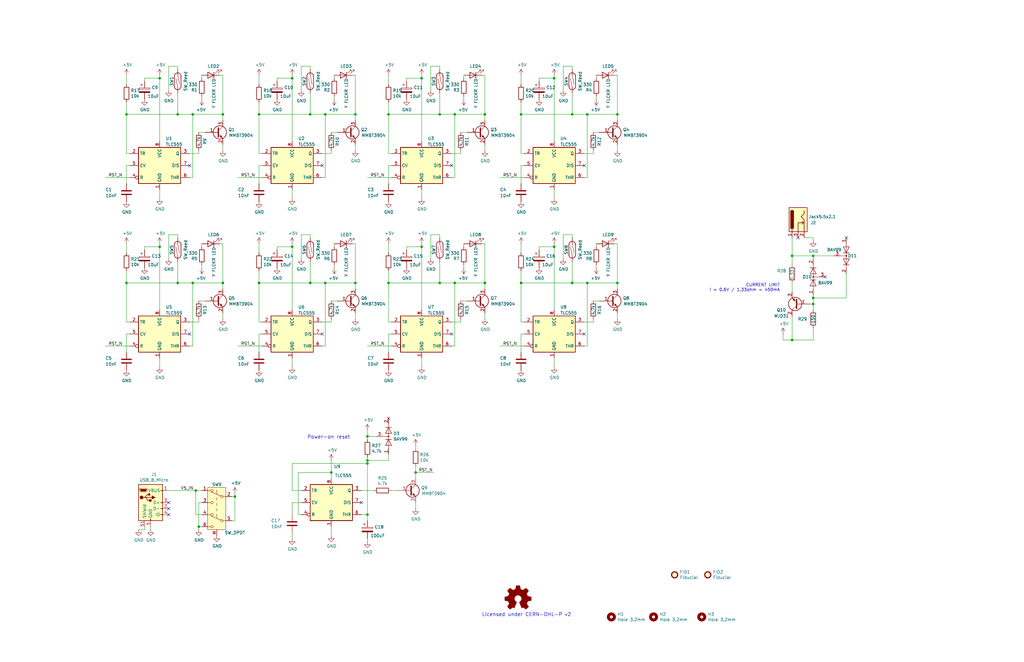
<source format=kicad_sch>
(kicad_sch (version 20211123) (generator eeschema)
  (paper "B")
  (title_block (title "Menorah555 Main") (date "2022-01-02") (rev "B"))
  (junction (at 137.16 48.26))
  (junction (at 154.94 194.31))
  (junction (at 130.81 119.38))
  (junction (at 67.31 104.14))
  (junction (at 191.77 48.26))
  (junction (at 139.7 199.39))
  (junction (at 74.93 119.38))
  (junction (at 109.22 48.26))
  (junction (at 67.31 33.02))
  (junction (at 247.65 119.38))
  (junction (at 137.16 119.38))
  (junction (at 109.22 119.38))
  (junction (at 93.98 48.26))
  (junction (at 53.34 119.38))
  (junction (at 149.86 119.38))
  (junction (at 219.71 48.26))
  (junction (at 163.83 119.38))
  (junction (at 123.19 33.02))
  (junction (at 154.94 217.17))
  (junction (at 177.8 104.14))
  (junction (at 233.68 104.14))
  (junction (at 130.81 48.26))
  (junction (at 204.47 48.26))
  (junction (at 175.26 199.39))
  (junction (at 260.35 119.38))
  (junction (at 83.82 222.25))
  (junction (at 163.83 48.26))
  (junction (at 342.9 128.27))
  (junction (at 154.94 195.58))
  (junction (at 93.98 119.38))
  (junction (at 241.3 48.26))
  (junction (at 233.68 33.02))
  (junction (at 81.28 48.26))
  (junction (at 247.65 48.26))
  (junction (at 123.19 104.14))
  (junction (at 241.3 119.38))
  (junction (at 334.01 143.51))
  (junction (at 53.34 48.26))
  (junction (at 177.8 33.02))
  (junction (at 149.86 48.26))
  (junction (at 185.42 119.38))
  (junction (at 204.47 119.38))
  (junction (at 154.94 184.15))
  (junction (at 342.9 107.95))
  (junction (at 82.55 207.01))
  (junction (at 342.9 125.73))
  (junction (at 191.77 119.38))
  (junction (at 74.93 48.26))
  (junction (at 185.42 48.26))
  (junction (at 81.28 119.38))
  (junction (at 260.35 48.26))
  (junction (at 219.71 119.38))
  (junction (at 99.06 209.55))
  (junction (at 334.01 107.95))
  (no_connect (at 152.4 212.09))
  (no_connect (at 80.01 140.97))
  (no_connect (at 71.12 217.17))
  (no_connect (at 71.12 214.63))
  (no_connect (at 135.89 140.97))
  (no_connect (at 190.5 69.85))
  (no_connect (at 163.83 176.53))
  (no_connect (at 80.01 69.85))
  (no_connect (at 71.12 212.09))
  (no_connect (at 246.38 69.85))
  (no_connect (at 347.98 116.84))
  (no_connect (at 336.55 100.33))
  (no_connect (at 135.89 69.85))
  (no_connect (at 190.5 140.97))
  (no_connect (at 356.87 100.33))
  (no_connect (at 246.38 140.97))
  (wire (pts (xy 110.49 135.89) (xy 109.22 135.89)))
  (wire (pts (xy 81.28 146.05) (xy 80.01 146.05)))
  (wire (pts (xy 194.31 64.77) (xy 190.5 64.77)))
  (wire (pts (xy 71.12 207.01) (xy 82.55 207.01)))
  (wire (pts (xy 109.22 48.26) (xy 130.81 48.26)))
  (wire (pts (xy 241.3 48.26) (xy 247.65 48.26)))
  (wire (pts (xy 83.82 63.5) (xy 83.82 64.77)))
  (wire (pts (xy 177.8 154.94) (xy 177.8 151.13)))
  (wire (pts (xy 251.46 41.91) (xy 251.46 40.64)))
  (wire (pts (xy 139.7 135.89) (xy 135.89 135.89)))
  (wire (pts (xy 130.81 110.49) (xy 130.81 119.38)))
  (wire (pts (xy 110.49 74.93) (xy 100.33 74.93)))
  (wire (pts (xy 233.68 104.14) (xy 233.68 102.87)))
  (wire (pts (xy 247.65 48.26) (xy 247.65 74.93)))
  (wire (pts (xy 83.82 222.25) (xy 85.09 222.25)))
  (wire (pts (xy 185.42 119.38) (xy 191.77 119.38)))
  (wire (pts (xy 137.16 146.05) (xy 135.89 146.05)))
  (wire (pts (xy 250.19 55.88) (xy 252.73 55.88)))
  (wire (pts (xy 139.7 127) (xy 142.24 127)))
  (wire (pts (xy 123.19 212.09) (xy 123.19 217.17)))
  (wire (pts (xy 204.47 50.8) (xy 204.47 48.26)))
  (wire (pts (xy 175.26 187.96) (xy 175.26 189.23)))
  (wire (pts (xy 334.01 123.19) (xy 334.01 119.38)))
  (wire (pts (xy 233.68 33.02) (xy 227.33 33.02)))
  (wire (pts (xy 139.7 134.62) (xy 139.7 135.89)))
  (wire (pts (xy 93.98 63.5) (xy 93.98 60.96)))
  (wire (pts (xy 163.83 64.77) (xy 163.83 48.26)))
  (wire (pts (xy 109.22 119.38) (xy 130.81 119.38)))
  (wire (pts (xy 83.82 64.77) (xy 80.01 64.77)))
  (wire (pts (xy 237.49 99.06) (xy 241.3 99.06)))
  (wire (pts (xy 140.97 41.91) (xy 140.97 40.64)))
  (wire (pts (xy 342.9 101.6) (xy 342.9 100.33)))
  (wire (pts (xy 185.42 39.37) (xy 185.42 48.26)))
  (wire (pts (xy 53.34 77.47) (xy 53.34 69.85)))
  (wire (pts (xy 127 109.22) (xy 127 99.06)))
  (wire (pts (xy 110.49 146.05) (xy 100.33 146.05)))
  (wire (pts (xy 191.77 48.26) (xy 191.77 74.93)))
  (wire (pts (xy 123.19 224.79) (xy 123.19 227.33)))
  (wire (pts (xy 67.31 130.81) (xy 67.31 104.14)))
  (wire (pts (xy 116.84 104.14) (xy 116.84 105.41)))
  (wire (pts (xy 149.86 63.5) (xy 149.86 60.96)))
  (wire (pts (xy 219.71 140.97) (xy 220.98 140.97)))
  (wire (pts (xy 74.93 39.37) (xy 74.93 48.26)))
  (wire (pts (xy 195.58 41.91) (xy 195.58 40.64)))
  (wire (pts (xy 219.71 64.77) (xy 219.71 48.26)))
  (wire (pts (xy 123.19 59.69) (xy 123.19 33.02)))
  (wire (pts (xy 342.9 109.22) (xy 342.9 107.95)))
  (wire (pts (xy 181.61 109.22) (xy 181.61 99.06)))
  (wire (pts (xy 250.19 127) (xy 252.73 127)))
  (wire (pts (xy 191.77 119.38) (xy 191.77 146.05)))
  (wire (pts (xy 334.01 143.51) (xy 334.01 133.35)))
  (wire (pts (xy 194.31 134.62) (xy 194.31 135.89)))
  (wire (pts (xy 152.4 217.17) (xy 154.94 217.17)))
  (wire (pts (xy 247.65 74.93) (xy 246.38 74.93)))
  (wire (pts (xy 85.09 41.91) (xy 85.09 40.64)))
  (wire (pts (xy 67.31 104.14) (xy 67.31 102.87)))
  (wire (pts (xy 163.83 35.56) (xy 163.83 31.75)))
  (wire (pts (xy 175.26 199.39) (xy 175.26 201.93)))
  (wire (pts (xy 63.5 222.25) (xy 63.5 223.52)))
  (wire (pts (xy 109.22 148.59) (xy 109.22 140.97)))
  (wire (pts (xy 53.34 135.89) (xy 53.34 119.38)))
  (wire (pts (xy 137.16 119.38) (xy 137.16 146.05)))
  (wire (pts (xy 60.96 104.14) (xy 60.96 105.41)))
  (wire (pts (xy 53.34 64.77) (xy 53.34 48.26)))
  (wire (pts (xy 110.49 64.77) (xy 109.22 64.77)))
  (wire (pts (xy 71.12 27.94) (xy 74.93 27.94)))
  (wire (pts (xy 74.93 99.06) (xy 74.93 100.33)))
  (wire (pts (xy 127 217.17) (xy 125.73 217.17)))
  (wire (pts (xy 130.81 99.06) (xy 130.81 100.33)))
  (wire (pts (xy 163.83 77.47) (xy 163.83 69.85)))
  (wire (pts (xy 53.34 69.85) (xy 54.61 69.85)))
  (wire (pts (xy 123.19 195.58) (xy 154.94 195.58)))
  (wire (pts (xy 149.86 121.92) (xy 149.86 119.38)))
  (wire (pts (xy 237.49 109.22) (xy 237.49 99.06)))
  (wire (pts (xy 204.47 102.87) (xy 204.47 119.38)))
  (wire (pts (xy 97.79 209.55) (xy 99.06 209.55)))
  (wire (pts (xy 85.09 217.17) (xy 82.55 217.17)))
  (wire (pts (xy 241.3 99.06) (xy 241.3 100.33)))
  (wire (pts (xy 93.98 102.87) (xy 92.71 102.87)))
  (wire (pts (xy 247.65 48.26) (xy 260.35 48.26)))
  (wire (pts (xy 191.77 146.05) (xy 190.5 146.05)))
  (wire (pts (xy 123.19 83.82) (xy 123.19 80.01)))
  (wire (pts (xy 194.31 127) (xy 196.85 127)))
  (wire (pts (xy 82.55 207.01) (xy 85.09 207.01)))
  (wire (pts (xy 154.94 194.31) (xy 163.83 194.31)))
  (wire (pts (xy 139.7 199.39) (xy 139.7 201.93)))
  (wire (pts (xy 219.71 106.68) (xy 219.71 102.87)))
  (wire (pts (xy 74.93 119.38) (xy 81.28 119.38)))
  (wire (pts (xy 219.71 77.47) (xy 219.71 69.85)))
  (wire (pts (xy 219.71 69.85) (xy 220.98 69.85)))
  (wire (pts (xy 163.83 114.3) (xy 163.83 119.38)))
  (wire (pts (xy 83.82 135.89) (xy 80.01 135.89)))
  (wire (pts (xy 127 207.01) (xy 123.19 207.01)))
  (wire (pts (xy 140.97 113.03) (xy 140.97 111.76)))
  (wire (pts (xy 171.45 33.02) (xy 171.45 34.29)))
  (wire (pts (xy 109.22 43.18) (xy 109.22 48.26)))
  (wire (pts (xy 356.87 125.73) (xy 342.9 125.73)))
  (wire (pts (xy 93.98 31.75) (xy 92.71 31.75)))
  (wire (pts (xy 247.65 119.38) (xy 260.35 119.38)))
  (wire (pts (xy 83.82 127) (xy 86.36 127)))
  (wire (pts (xy 177.8 130.81) (xy 177.8 104.14)))
  (wire (pts (xy 109.22 106.68) (xy 109.22 102.87)))
  (wire (pts (xy 260.35 134.62) (xy 260.35 132.08)))
  (wire (pts (xy 342.9 107.95) (xy 334.01 107.95)))
  (wire (pts (xy 260.35 102.87) (xy 260.35 119.38)))
  (wire (pts (xy 67.31 33.02) (xy 67.31 31.75)))
  (wire (pts (xy 60.96 33.02) (xy 60.96 34.29)))
  (wire (pts (xy 154.94 228.6) (xy 154.94 227.33)))
  (wire (pts (xy 53.34 148.59) (xy 53.34 140.97)))
  (wire (pts (xy 152.4 207.01) (xy 157.48 207.01)))
  (wire (pts (xy 127 99.06) (xy 130.81 99.06)))
  (wire (pts (xy 149.86 102.87) (xy 149.86 119.38)))
  (wire (pts (xy 109.22 69.85) (xy 110.49 69.85)))
  (wire (pts (xy 67.31 83.82) (xy 67.31 80.01)))
  (wire (pts (xy 154.94 195.58) (xy 154.94 217.17)))
  (wire (pts (xy 125.73 217.17) (xy 125.73 199.39)))
  (wire (pts (xy 227.33 104.14) (xy 227.33 105.41)))
  (wire (pts (xy 137.16 48.26) (xy 137.16 74.93)))
  (wire (pts (xy 220.98 74.93) (xy 210.82 74.93)))
  (wire (pts (xy 165.1 135.89) (xy 163.83 135.89)))
  (wire (pts (xy 165.1 207.01) (xy 167.64 207.01)))
  (wire (pts (xy 330.2 140.97) (xy 330.2 143.51)))
  (wire (pts (xy 227.33 33.02) (xy 227.33 34.29)))
  (wire (pts (xy 149.86 31.75) (xy 149.86 48.26)))
  (wire (pts (xy 130.81 27.94) (xy 130.81 29.21)))
  (wire (pts (xy 163.83 140.97) (xy 165.1 140.97)))
  (wire (pts (xy 175.26 214.63) (xy 175.26 212.09)))
  (wire (pts (xy 140.97 33.02) (xy 140.97 31.75)))
  (wire (pts (xy 163.83 43.18) (xy 163.83 48.26)))
  (wire (pts (xy 185.42 27.94) (xy 185.42 29.21)))
  (wire (pts (xy 67.31 59.69) (xy 67.31 33.02)))
  (wire (pts (xy 219.71 35.56) (xy 219.71 31.75)))
  (wire (pts (xy 260.35 121.92) (xy 260.35 119.38)))
  (wire (pts (xy 204.47 121.92) (xy 204.47 119.38)))
  (wire (pts (xy 163.83 48.26) (xy 185.42 48.26)))
  (wire (pts (xy 171.45 104.14) (xy 171.45 105.41)))
  (wire (pts (xy 241.3 39.37) (xy 241.3 48.26)))
  (wire (pts (xy 81.28 48.26) (xy 93.98 48.26)))
  (wire (pts (xy 54.61 146.05) (xy 44.45 146.05)))
  (wire (pts (xy 139.7 55.88) (xy 142.24 55.88)))
  (wire (pts (xy 260.35 31.75) (xy 259.08 31.75)))
  (wire (pts (xy 194.31 63.5) (xy 194.31 64.77)))
  (wire (pts (xy 181.61 27.94) (xy 185.42 27.94)))
  (wire (pts (xy 149.86 31.75) (xy 148.59 31.75)))
  (wire (pts (xy 247.65 119.38) (xy 247.65 146.05)))
  (wire (pts (xy 191.77 48.26) (xy 204.47 48.26)))
  (wire (pts (xy 53.34 35.56) (xy 53.34 31.75)))
  (wire (pts (xy 123.19 154.94) (xy 123.19 151.13)))
  (wire (pts (xy 81.28 74.93) (xy 80.01 74.93)))
  (wire (pts (xy 250.19 134.62) (xy 250.19 135.89)))
  (wire (pts (xy 177.8 33.02) (xy 177.8 31.75)))
  (wire (pts (xy 85.09 212.09) (xy 83.82 212.09)))
  (wire (pts (xy 53.34 140.97) (xy 54.61 140.97)))
  (wire (pts (xy 356.87 115.57) (xy 356.87 125.73)))
  (wire (pts (xy 241.3 110.49) (xy 241.3 119.38)))
  (wire (pts (xy 74.93 27.94) (xy 74.93 29.21)))
  (wire (pts (xy 250.19 63.5) (xy 250.19 64.77)))
  (wire (pts (xy 53.34 114.3) (xy 53.34 119.38)))
  (wire (pts (xy 71.12 109.22) (xy 71.12 99.06)))
  (wire (pts (xy 53.34 48.26) (xy 74.93 48.26)))
  (wire (pts (xy 260.35 31.75) (xy 260.35 48.26)))
  (wire (pts (xy 195.58 33.02) (xy 195.58 31.75)))
  (wire (pts (xy 220.98 64.77) (xy 219.71 64.77)))
  (wire (pts (xy 54.61 64.77) (xy 53.34 64.77)))
  (wire (pts (xy 163.83 194.31) (xy 163.83 191.77)))
  (wire (pts (xy 116.84 33.02) (xy 116.84 34.29)))
  (wire (pts (xy 67.31 33.02) (xy 60.96 33.02)))
  (wire (pts (xy 154.94 219.71) (xy 154.94 217.17)))
  (wire (pts (xy 127 38.1) (xy 127 27.94)))
  (wire (pts (xy 233.68 59.69) (xy 233.68 33.02)))
  (wire (pts (xy 219.71 119.38) (xy 241.3 119.38)))
  (wire (pts (xy 109.22 64.77) (xy 109.22 48.26)))
  (wire (pts (xy 204.47 102.87) (xy 203.2 102.87)))
  (wire (pts (xy 204.47 31.75) (xy 204.47 48.26)))
  (wire (pts (xy 247.65 146.05) (xy 246.38 146.05)))
  (wire (pts (xy 233.68 83.82) (xy 233.68 80.01)))
  (wire (pts (xy 67.31 104.14) (xy 60.96 104.14)))
  (wire (pts (xy 85.09 33.02) (xy 85.09 31.75)))
  (wire (pts (xy 219.71 135.89) (xy 219.71 119.38)))
  (wire (pts (xy 191.77 74.93) (xy 190.5 74.93)))
  (wire (pts (xy 219.71 114.3) (xy 219.71 119.38)))
  (wire (pts (xy 163.83 135.89) (xy 163.83 119.38)))
  (wire (pts (xy 219.71 43.18) (xy 219.71 48.26)))
  (wire (pts (xy 127 27.94) (xy 130.81 27.94)))
  (wire (pts (xy 181.61 99.06) (xy 185.42 99.06)))
  (wire (pts (xy 149.86 50.8) (xy 149.86 48.26)))
  (wire (pts (xy 342.9 143.51) (xy 334.01 143.51)))
  (wire (pts (xy 137.16 119.38) (xy 149.86 119.38)))
  (wire (pts (xy 123.19 104.14) (xy 116.84 104.14)))
  (wire (pts (xy 177.8 83.82) (xy 177.8 80.01)))
  (wire (pts (xy 60.96 223.52) (xy 58.42 223.52)))
  (wire (pts (xy 220.98 135.89) (xy 219.71 135.89)))
  (wire (pts (xy 342.9 125.73) (xy 342.9 128.27)))
  (wire (pts (xy 219.71 48.26) (xy 241.3 48.26)))
  (wire (pts (xy 175.26 199.39) (xy 182.88 199.39)))
  (wire (pts (xy 53.34 106.68) (xy 53.34 102.87)))
  (wire (pts (xy 250.19 64.77) (xy 246.38 64.77)))
  (wire (pts (xy 60.96 222.25) (xy 60.96 223.52)))
  (wire (pts (xy 260.35 50.8) (xy 260.35 48.26)))
  (wire (pts (xy 139.7 226.06) (xy 139.7 222.25)))
  (wire (pts (xy 260.35 102.87) (xy 259.08 102.87)))
  (wire (pts (xy 71.12 99.06) (xy 74.93 99.06)))
  (wire (pts (xy 260.35 63.5) (xy 260.35 60.96)))
  (wire (pts (xy 127 212.09) (xy 123.19 212.09)))
  (wire (pts (xy 237.49 38.1) (xy 237.49 27.94)))
  (wire (pts (xy 334.01 107.95) (xy 334.01 111.76)))
  (wire (pts (xy 334.01 100.33) (xy 334.01 107.95)))
  (wire (pts (xy 54.61 135.89) (xy 53.34 135.89)))
  (wire (pts (xy 137.16 48.26) (xy 149.86 48.26)))
  (wire (pts (xy 204.47 134.62) (xy 204.47 132.08)))
  (wire (pts (xy 175.26 196.85) (xy 175.26 199.39)))
  (wire (pts (xy 163.83 106.68) (xy 163.83 102.87)))
  (wire (pts (xy 130.81 48.26) (xy 137.16 48.26)))
  (wire (pts (xy 140.97 104.14) (xy 140.97 102.87)))
  (wire (pts (xy 82.55 217.17) (xy 82.55 207.01)))
  (wire (pts (xy 191.77 119.38) (xy 204.47 119.38)))
  (wire (pts (xy 93.98 121.92) (xy 93.98 119.38)))
  (wire (pts (xy 342.9 107.95) (xy 351.79 107.95)))
  (wire (pts (xy 81.28 119.38) (xy 93.98 119.38)))
  (wire (pts (xy 165.1 64.77) (xy 163.83 64.77)))
  (wire (pts (xy 109.22 77.47) (xy 109.22 69.85)))
  (wire (pts (xy 163.83 119.38) (xy 185.42 119.38)))
  (wire (pts (xy 250.19 135.89) (xy 246.38 135.89)))
  (wire (pts (xy 237.49 27.94) (xy 241.3 27.94)))
  (wire (pts (xy 93.98 134.62) (xy 93.98 132.08)))
  (wire (pts (xy 233.68 104.14) (xy 227.33 104.14)))
  (wire (pts (xy 123.19 207.01) (xy 123.19 195.58)))
  (wire (pts (xy 99.06 208.28) (xy 99.06 209.55)))
  (wire (pts (xy 109.22 140.97) (xy 110.49 140.97)))
  (wire (pts (xy 154.94 193.04) (xy 154.94 194.31)))
  (wire (pts (xy 93.98 102.87) (xy 93.98 119.38)))
  (wire (pts (xy 85.09 113.03) (xy 85.09 111.76)))
  (wire (pts (xy 123.19 33.02) (xy 123.19 31.75)))
  (wire (pts (xy 99.06 209.55) (xy 99.06 219.71)))
  (wire (pts (xy 149.86 102.87) (xy 148.59 102.87)))
  (wire (pts (xy 93.98 31.75) (xy 93.98 48.26)))
  (wire (pts (xy 85.09 104.14) (xy 85.09 102.87)))
  (wire (pts (xy 233.68 33.02) (xy 233.68 31.75)))
  (wire (pts (xy 251.46 113.03) (xy 251.46 111.76)))
  (wire (pts (xy 99.06 219.71) (xy 97.79 219.71)))
  (wire (pts (xy 123.19 130.81) (xy 123.19 104.14)))
  (wire (pts (xy 177.8 104.14) (xy 177.8 102.87)))
  (wire (pts (xy 130.81 39.37) (xy 130.81 48.26)))
  (wire (pts (xy 123.19 33.02) (xy 116.84 33.02)))
  (wire (pts (xy 342.9 130.81) (xy 342.9 128.27)))
  (wire (pts (xy 185.42 48.26) (xy 191.77 48.26)))
  (wire (pts (xy 241.3 119.38) (xy 247.65 119.38)))
  (wire (pts (xy 109.22 135.89) (xy 109.22 119.38)))
  (wire (pts (xy 154.94 194.31) (xy 154.94 195.58)))
  (wire (pts (xy 194.31 135.89) (xy 190.5 135.89)))
  (wire (pts (xy 220.98 146.05) (xy 210.82 146.05)))
  (wire (pts (xy 83.82 134.62) (xy 83.82 135.89)))
  (wire (pts (xy 342.9 128.27) (xy 341.63 128.27)))
  (wire (pts (xy 194.31 55.88) (xy 196.85 55.88)))
  (wire (pts (xy 93.98 50.8) (xy 93.98 48.26)))
  (wire (pts (xy 233.68 154.94) (xy 233.68 151.13)))
  (wire (pts (xy 185.42 99.06) (xy 185.42 100.33)))
  (wire (pts (xy 130.81 119.38) (xy 137.16 119.38)))
  (wire (pts (xy 163.83 69.85) (xy 165.1 69.85)))
  (wire (pts (xy 53.34 43.18) (xy 53.34 48.26)))
  (wire (pts (xy 330.2 143.51) (xy 334.01 143.51)))
  (wire (pts (xy 109.22 35.56) (xy 109.22 31.75)))
  (wire (pts (xy 165.1 74.93) (xy 154.94 74.93)))
  (wire (pts (xy 74.93 110.49) (xy 74.93 119.38)))
  (wire (pts (xy 139.7 64.77) (xy 135.89 64.77)))
  (wire (pts (xy 204.47 31.75) (xy 203.2 31.75)))
  (wire (pts (xy 177.8 104.14) (xy 171.45 104.14)))
  (wire (pts (xy 109.22 114.3) (xy 109.22 119.38)))
  (wire (pts (xy 139.7 194.31) (xy 139.7 199.39)))
  (wire (pts (xy 123.19 104.14) (xy 123.19 102.87)))
  (wire (pts (xy 219.71 148.59) (xy 219.71 140.97)))
  (wire (pts (xy 251.46 33.02) (xy 251.46 31.75)))
  (wire (pts (xy 83.82 212.09) (xy 83.82 222.25)))
  (wire (pts (xy 81.28 48.26) (xy 81.28 74.93)))
  (wire (pts (xy 74.93 48.26) (xy 81.28 48.26)))
  (wire (pts (xy 67.31 154.94) (xy 67.31 151.13)))
  (wire (pts (xy 177.8 59.69) (xy 177.8 33.02)))
  (wire (pts (xy 342.9 124.46) (xy 342.9 125.73)))
  (wire (pts (xy 251.46 104.14) (xy 251.46 102.87)))
  (wire (pts (xy 149.86 134.62) (xy 149.86 132.08)))
  (wire (pts (xy 233.68 130.81) (xy 233.68 104.14)))
  (wire (pts (xy 154.94 181.61) (xy 154.94 184.15)))
  (wire (pts (xy 339.09 100.33) (xy 342.9 100.33)))
  (wire (pts (xy 154.94 184.15) (xy 154.94 185.42)))
  (wire (pts (xy 177.8 33.02) (xy 171.45 33.02)))
  (wire (pts (xy 137.16 74.93) (xy 135.89 74.93)))
  (wire (pts (xy 139.7 63.5) (xy 139.7 64.77)))
  (wire (pts (xy 185.42 110.49) (xy 185.42 119.38)))
  (wire (pts (xy 54.61 74.93) (xy 44.45 74.93)))
  (wire (pts (xy 181.61 38.1) (xy 181.61 27.94)))
  (wire (pts (xy 83.82 55.88) (xy 86.36 55.88)))
  (wire (pts (xy 163.83 148.59) (xy 163.83 140.97)))
  (wire (pts (xy 241.3 27.94) (xy 241.3 29.21)))
  (wire (pts (xy 81.28 119.38) (xy 81.28 146.05)))
  (wire (pts (xy 158.75 184.15) (xy 154.94 184.15)))
  (wire (pts (xy 83.82 223.52) (xy 83.82 222.25)))
  (wire (pts (xy 71.12 38.1) (xy 71.12 27.94)))
  (wire (pts (xy 195.58 104.14) (xy 195.58 102.87)))
  (wire (pts (xy 195.58 113.03) (xy 195.58 111.76)))
  (wire (pts (xy 53.34 119.38) (xy 74.93 119.38)))
  (wire (pts (xy 204.47 63.5) (xy 204.47 60.96)))
  (wire (pts (xy 165.1 146.05) (xy 154.94 146.05)))
  (wire (pts (xy 125.73 199.39) (xy 139.7 199.39)))
  (wire (pts (xy 342.9 143.51) (xy 342.9 138.43)))
  (text "Power-on reset" (at 129.54 185.42 0) (effects (font (size 1.4986 1.4986)) (justify left bottom)))
  (text "CURRENT LIMIT\nI = 0.6V / 1.33ohm = 450mA" (at 328.93 123.19 180) (effects (font (size 1.27 1.27)) (justify right bottom)))
  (text "Licensed under CERN-OHL-P v2" (at 203.2 260.35 0) (effects (font (size 1.4986 1.4986)) (justify left bottom)))
  (label "RST_N" (at 45.72 74.93 0))
  (label "RST_N" (at 212.09 74.93 0))
  (label "RST_N" (at 45.72 146.05 0))
  (label "RST_N" (at 212.09 146.05 0))
  (label "RST_N" (at 156.21 74.93 0))
  (label "RST_N" (at 101.6 146.05 0))
  (label "RST_N" (at 176.53 199.39 0))
  (label "V5_IN" (at 76.2 207.01 0))
  (label "RST_N" (at 101.6 74.93 0))
  (label "RST_N" (at 156.21 146.05 0))
  (symbol (lib_id "Graphic:Logo_Open_Hardware_Small") (at 218.44 252.73 0) (unit 1)
    (property "Reference" "LOGO2" (effects hide))
    (property "Value" "Logo_Open_Hardware_Small" (effects hide))
    (property "Footprint" "Symbol:OSHW-Logo2_9.8x8mm_SilkScreen" (effects hide))
  )
  (symbol (lib_id "Mechanical:Fiducial") (at 298.45 242.57 0) (unit 1)
    (property "Reference" "FID2" (at 300.609 241.4016 0) (effects (justify left)))
    (property "Value" "Fiducial" (at 300.609 243.713 0) (effects (justify left)))
    (property "Footprint" "Fiducial:Fiducial_1mm_Mask2mm" (effects hide))
  )
  (symbol (lib_id "Mechanical:Fiducial") (at 284.48 242.57 0) (unit 1)
    (property "Reference" "FID1" (at 286.639 241.4016 0) (effects (justify left)))
    (property "Value" "Fiducial" (at 286.639 243.713 0) (effects (justify left)))
    (property "Footprint" "Fiducial:Fiducial_1mm_Mask2mm" (effects hide))
  )
  (symbol (lib_id "Device:R") (at 334.01 115.57 0) (unit 1)
    (property "Reference" "R28" (at 327.66 114.3 0) (effects (justify left)))
    (property "Value" "1.33" (at 334.01 118.11 90) (effects (justify left)))
    (property "Footprint" "Resistor_SMD:R_2010_5025Metric" (effects hide))
    (property "Source" "Mouser 660-SR732HTTE1R33F" (effects hide))
  )
  (symbol (lib_id "Device:R") (at 342.9 134.62 180) (unit 1)
    (property "Reference" "R29" (at 340.36 134.62 0) (effects (justify left)))
    (property "Value" "150" (at 342.9 134.62 90))
    (property "Footprint" "Resistor_SMD:R_0805_2012Metric" (effects hide))
    (property "Source" "Mouser 603-RC0805JR-07150RL" (effects hide))
  )
  (symbol (lib_id "Transistor_BJT:MMBT3904") (at 91.44 55.88 0) (unit 1)
    (property "Reference" "Q1" (at 96.2914 54.7116 0) (effects (justify left)))
    (property "Value" "MMBT3904" (at 96.52 57.15 0) (effects (justify left)))
    (property "Footprint" "Package_TO_SOT_SMD:SOT-23" (effects hide))
    (property "Datasheet" "http://www.onsemi.com/pdf/datasheet/mmbt3904lt1-d.pdf" (effects hide))
    (property "Source" "Mouser 863-MMBT3904LT3G" (effects hide))
  )
  (symbol (lib_id "Timer:LM555xM") (at 67.31 69.85 0) (unit 1)
    (property "Reference" "U1" (at 69.85 58.42 0) (effects (justify left)))
    (property "Value" "TLC555" (at 69.85 60.96 0) (effects (justify left)))
    (property "Footprint" "Package_SO:SOIC-8_3.9x4.9mm_P1.27mm" (effects hide))
    (property "Datasheet" "http://www.ti.com/lit/ds/symlink/lm555.pdf" (effects hide))
    (property "Source" "Mouser 595-TLC555QDRG4" (effects hide))
  )
  (symbol (lib_id "Switch:SW_Reed") (at 74.93 34.29 90) (unit 1)
    (property "Reference" "SW1" (at 72.39 34.29 0))
    (property "Value" "SW_Reed" (at 78.2574 34.29 0))
    (property "Footprint" "0_my_footprints:SW_SPST_REED_59170-1-S-00-D" (effects hide))
    (property "Source" "Mouser 934-59170-1-S-00-D" (effects hide))
  )
  (symbol (lib_id "power:GND") (at 67.31 83.82 0) (unit 1)
    (property "Reference" "#PWR011" (effects hide))
    (property "Value" "GND" (at 67.437 88.2142 0))
  )
  (symbol (lib_id "Timer:LM555xM") (at 139.7 212.09 0) (unit 1)
    (property "Reference" "U9" (at 142.24 196.85 0))
    (property "Value" "TLC555" (at 144.78 200.66 0))
    (property "Footprint" "Package_SO:SOIC-8_3.9x4.9mm_P1.27mm" (effects hide))
    (property "Datasheet" "http://www.ti.com/lit/ds/symlink/lm555.pdf" (effects hide))
    (property "Source" "Mouser 595-TLC555QDRG4" (effects hide))
  )
  (symbol (lib_id "power:GND") (at 139.7 226.06 0) (unit 1)
    (property "Reference" "#PWR021" (effects hide))
    (property "Value" "GND" (at 139.827 230.4542 0))
  )
  (symbol (lib_id "Device:C") (at 53.34 81.28 0) (unit 1)
    (property "Reference" "C1" (at 44.45 80.01 0) (effects (justify left)))
    (property "Value" "10nF" (at 44.45 82.55 0) (effects (justify left)))
    (property "Footprint" "Capacitor_SMD:C_0805_2012Metric" (effects hide))
    (property "Source" "Mouser 581-08051C103K" (effects hide))
  )
  (symbol (lib_id "power:GND") (at 53.34 85.09 0) (unit 1)
    (property "Reference" "#PWR04" (effects hide))
    (property "Value" "GND" (at 53.467 89.4842 0))
  )
  (symbol (lib_id "Device:R") (at 83.82 59.69 180) (unit 1)
    (property "Reference" "R9" (at 86.36 59.69 90))
    (property "Value" "4.7k" (at 83.82 59.69 90))
    (property "Footprint" "Resistor_SMD:R_0805_2012Metric" (effects hide))
    (property "Source" "Mouser 603-RC0805JR-134K7L" (effects hide))
  )
  (symbol (lib_id "power:GND") (at 93.98 63.5 0) (unit 1)
    (property "Reference" "#PWR019" (effects hide))
    (property "Value" "GND" (at 94.107 67.8942 0))
  )
  (symbol (lib_id "Device:LED") (at 88.9 31.75 180) (unit 1)
    (property "Reference" "LED2" (at 87.63 27.94 0) (effects (justify right)))
    (property "Value" "Y FLCKR LED" (at 90.17 45.72 90) (effects (justify right)))
    (property "Footprint" "0_menorah555:LED_D5.0mm_Horizontal_SMT_O3.81mm" (effects hide))
    (property "Source" "Evil Mad Scientist 9330074" (effects hide))
  )
  (symbol (lib_id "Device:R") (at 85.09 36.83 0) (unit 1)
    (property "Reference" "R1" (at 83.312 37.9984 0) (effects (justify right)))
    (property "Value" "330" (at 83.312 35.687 0) (effects (justify right)))
    (property "Footprint" "Resistor_SMD:R_0805_2012Metric" (effects hide))
    (property "Source" "Mouser 603-RC0805JR-13330RL" (effects hide))
  )
  (symbol (lib_id "Device:R") (at 53.34 39.37 180) (unit 1)
    (property "Reference" "R17" (at 55.118 38.2016 0) (effects (justify right)))
    (property "Value" "10k" (at 55.118 40.513 0) (effects (justify right)))
    (property "Footprint" "Resistor_SMD:R_0805_2012Metric" (effects hide))
    (property "Source" "Mouser 603-RC0805JR-1010KL" (effects hide))
  )
  (symbol (lib_id "Device:C") (at 123.19 220.98 0) (unit 1)
    (property "Reference" "C17" (at 114.3 219.71 0) (effects (justify left)))
    (property "Value" "10nF" (at 114.3 222.25 0) (effects (justify left)))
    (property "Footprint" "Capacitor_SMD:C_0805_2012Metric" (effects hide))
    (property "Source" "Mouser 581-08051C103K" (effects hide))
  )
  (symbol (lib_id "power:GND") (at 123.19 227.33 0) (unit 1)
    (property "Reference" "#PWR018" (effects hide))
    (property "Value" "GND" (at 123.317 231.7242 0))
  )
  (symbol (lib_id "Transistor_BJT:MMBT3904") (at 172.72 207.01 0) (unit 1)
    (property "Reference" "Q9" (at 177.5714 205.8416 0) (effects (justify left)))
    (property "Value" "MMBT3904" (at 177.8 208.28 0) (effects (justify left)))
    (property "Footprint" "Package_TO_SOT_SMD:SOT-23" (effects hide))
    (property "Datasheet" "http://www.onsemi.com/pdf/datasheet/mmbt3904lt1-d.pdf" (effects hide))
    (property "Source" "Mouser 863-MMBT3904LT3G" (effects hide))
  )
  (symbol (lib_id "Device:R") (at 161.29 207.01 270) (unit 1)
    (property "Reference" "R25" (at 161.29 201.7522 90))
    (property "Value" "4.7k" (at 161.29 204.0636 90))
    (property "Footprint" "Resistor_SMD:R_0805_2012Metric" (effects hide))
    (property "Source" "Mouser 603-RC0805JR-134K7L" (effects hide))
  )
  (symbol (lib_id "power:GND") (at 175.26 214.63 0) (unit 1)
    (property "Reference" "#PWR037" (effects hide))
    (property "Value" "GND" (at 175.387 219.0242 0))
  )
  (symbol (lib_id "Device:CP") (at 154.94 223.52 0) (unit 1)
    (property "Reference" "C18" (at 157.9372 222.3516 0) (effects (justify left)))
    (property "Value" "100uF" (at 156.21 226.06 0) (effects (justify left)))
    (property "Footprint" "0_my_footprints:CP_Radial_Horizontal_D5.0mm_H11.0mm_P2.00mm" (effects hide))
    (property "Source" "Mouser 80-ESK107M016AC3AA" (effects hide))
  )
  (symbol (lib_id "power:GND") (at 154.94 228.6 0) (unit 1)
    (property "Reference" "#PWR029" (effects hide))
    (property "Value" "GND" (at 155.067 232.9942 0))
  )
  (symbol (lib_id "Device:R") (at 154.94 189.23 180) (unit 1)
    (property "Reference" "R27" (at 156.718 188.0616 0) (effects (justify right)))
    (property "Value" "4.7k" (at 156.718 190.373 0) (effects (justify right)))
    (property "Footprint" "Resistor_SMD:R_0805_2012Metric" (effects hide))
    (property "Source" "Mouser 603-RC0805JR-134K7L" (effects hide))
  )
  (symbol (lib_id "Device:R") (at 175.26 193.04 180) (unit 1)
    (property "Reference" "R26" (at 177.038 191.8716 0) (effects (justify right)))
    (property "Value" "10k" (at 177.038 194.183 0) (effects (justify right)))
    (property "Footprint" "Resistor_SMD:R_0805_2012Metric" (effects hide))
    (property "Source" "Mouser 603-RC0805JR-1010KL" (effects hide))
  )
  (symbol (lib_id "power:+5V") (at 154.94 181.61 0) (unit 1)
    (property "Reference" "#PWR028" (effects hide))
    (property "Value" "+5V" (at 155.321 177.2158 0))
  )
  (symbol (lib_id "power:+5V") (at 175.26 187.96 0) (unit 1)
    (property "Reference" "#PWR036" (effects hide))
    (property "Value" "+5V" (at 175.641 183.5658 0))
  )
  (symbol (lib_id "power:+5V") (at 67.31 31.75 0) (unit 1)
    (property "Reference" "#PWR010" (effects hide))
    (property "Value" "+5V" (at 67.691 27.3558 0))
  )
  (symbol (lib_id "power:+5V") (at 53.34 31.75 0) (unit 1)
    (property "Reference" "#PWR03" (effects hide))
    (property "Value" "+5V" (at 53.721 27.3558 0))
  )
  (symbol (lib_id "power:+5V") (at 85.09 41.91 180) (unit 1)
    (property "Reference" "#PWR016" (effects hide))
    (property "Value" "+5V" (at 84.709 46.3042 0))
  )
  (symbol (lib_id "Device:Q_NPN_BCE") (at 336.55 128.27 180) (unit 1)
    (property "Reference" "Q10" (at 331.47 130.81 0) (effects (justify left)))
    (property "Value" "MJD31" (at 332.74 133.35 0) (effects (justify left)))
    (property "Footprint" "Package_TO_SOT_SMD:TO-252-2" (effects hide))
    (property "Source" "Mouser 863-MJD31T4G, LCSC MJD31C" (effects hide))
  )
  (symbol (lib_id "Diode:BAV99") (at 342.9 116.84 90) (unit 1)
    (property "Reference" "D10" (at 340.36 116.84 90))
    (property "Value" "BAV99" (at 347.98 119.38 90))
    (property "Footprint" "Package_TO_SOT_SMD:SOT-23" (effects hide))
    (property "Datasheet" "https://assets.nexperia.com/documents/data-sheet/BAV99_SER.pdf" (effects hide))
    (property "Source" "Mouser 241-BAV99_R1_00001" (effects hide))
  )
  (symbol (lib_id "0_project_symbol_library:Amphenol_10118194-0001LF_USB_B_Micro") (at 63.5 212.09 0) (unit 1)
    (property "Reference" "J1" (at 64.9478 200.2282 0))
    (property "Value" "USB_B_Micro" (at 64.9478 202.5396 0))
    (property "Footprint" "0_my_footprints:AMPHENOL_10118194-0001LF" (effects hide))
    (property "Source" "Mouser 538-47590-0001" (effects hide))
  )
  (symbol (lib_id "power:GND") (at 63.5 223.52 0) (unit 1)
    (property "Reference" "#PWR01" (effects hide))
    (property "Value" "GND" (at 63.627 227.9142 0))
  )
  (symbol (lib_id "power:GND") (at 83.82 223.52 0) (unit 1)
    (property "Reference" "#PWR02" (effects hide))
    (property "Value" "GND" (at 83.947 227.9142 0))
  )
  (symbol (lib_id "power:+5V") (at 99.06 208.28 0) (unit 1)
    (property "Reference" "#PWR09" (effects hide))
    (property "Value" "+5V" (at 99.441 203.8858 0))
  )
  (symbol (lib_id "power:+5V") (at 330.2 140.97 0) (unit 1)
    (property "Reference" "#PWR074" (effects hide))
    (property "Value" "+5V" (at 330.581 136.5758 0))
  )
  (symbol (lib_id "Connector:Barrel_Jack_Switch") (at 336.55 92.71 90) (mirror x) (unit 1)
    (property "Reference" "J2" (at 342.9 93.98 90))
    (property "Value" "Jack5.5x2.1" (at 346.71 91.44 90))
    (property "Footprint" "0_menorah555:Gravitech_CONSOCJ2155_2.1mm_5.5mm_Barrel_Jack_Z2.35" (effects hide))
    (property "Source" "Mouser 992-CON-SOCJ-2155 " (effects hide))
  )
  (symbol (lib_id "power:GND") (at 342.9 101.6 0) (unit 1)
    (property "Reference" "#PWR075" (effects hide))
    (property "Value" "GND" (at 343.027 105.9942 0))
  )
  (symbol (lib_id "power:GND") (at 71.12 38.1 0) (unit 1)
    (property "Reference" "#PWR014" (effects hide))
    (property "Value" "GND" (at 71.247 42.4942 0))
  )
  (symbol (lib_id "Device:CP") (at 60.96 38.1 0) (unit 1)
    (property "Reference" "C9" (at 63.9572 36.9316 0) (effects (justify left)))
    (property "Value" "10uF" (at 62.23 40.64 0) (effects (justify left)))
    (property "Footprint" "0_my_footprints:CP_Radial_Horizontal_D8.0mm_L12.0mm_P3.50mm" (effects hide))
    (property "Source" "Mouser 80-ESL106M200AG9AA" (effects hide))
  )
  (symbol (lib_id "power:GND") (at 60.96 41.91 0) (unit 1)
    (property "Reference" "#PWR07" (effects hide))
    (property "Value" "GND" (at 61.087 46.3042 0))
  )
  (symbol (lib_id "Mechanical:MountingHole") (at 257.81 260.35 0) (unit 1)
    (property "Reference" "H1" (at 260.35 259.1816 0) (effects (justify left)))
    (property "Value" "Hole 3.2mm" (at 260.35 261.493 0) (effects (justify left)))
    (property "Footprint" "MountingHole:MountingHole_3.2mm_M3" (effects hide))
  )
  (symbol (lib_id "Diode:BAV99") (at 163.83 184.15 270) (mirror x) (unit 1)
    (property "Reference" "D3" (at 165.8366 182.9816 90) (effects (justify left)))
    (property "Value" "BAV99" (at 165.8366 185.293 90) (effects (justify left)))
    (property "Footprint" "Package_TO_SOT_SMD:SOT-23" (effects hide))
    (property "Datasheet" "https://assets.nexperia.com/documents/data-sheet/BAV99_SER.pdf" (effects hide))
    (property "Source" "Mouser 241-BAV99_R1_00001" (effects hide))
  )
  (symbol (lib_id "Transistor_BJT:MMBT3904") (at 147.32 55.88 0) (unit 1)
    (property "Reference" "Q2" (at 152.1714 54.7116 0) (effects (justify left)))
    (property "Value" "MMBT3904" (at 152.4 57.15 0) (effects (justify left)))
    (property "Footprint" "Package_TO_SOT_SMD:SOT-23" (effects hide))
    (property "Datasheet" "http://www.onsemi.com/pdf/datasheet/mmbt3904lt1-d.pdf" (effects hide))
    (property "Source" "Mouser 863-MMBT3904LT3G" (effects hide))
  )
  (symbol (lib_id "Timer:LM555xM") (at 123.19 69.85 0) (unit 1)
    (property "Reference" "U2" (at 125.73 58.42 0) (effects (justify left)))
    (property "Value" "TLC555" (at 125.73 60.96 0) (effects (justify left)))
    (property "Footprint" "Package_SO:SOIC-8_3.9x4.9mm_P1.27mm" (effects hide))
    (property "Datasheet" "http://www.ti.com/lit/ds/symlink/lm555.pdf" (effects hide))
    (property "Source" "Mouser 595-TLC555QDRG4" (effects hide))
  )
  (symbol (lib_id "Switch:SW_Reed") (at 130.81 34.29 90) (unit 1)
    (property "Reference" "SW2" (at 128.27 34.29 0))
    (property "Value" "SW_Reed" (at 134.1374 34.29 0))
    (property "Footprint" "0_my_footprints:SW_SPST_REED_59170-1-S-00-D" (effects hide))
    (property "Source" "Mouser 934-59170-1-S-00-D" (effects hide))
  )
  (symbol (lib_id "power:GND") (at 123.19 83.82 0) (unit 1)
    (property "Reference" "#PWR031" (effects hide))
    (property "Value" "GND" (at 123.317 88.2142 0))
  )
  (symbol (lib_id "Device:C") (at 109.22 81.28 0) (unit 1)
    (property "Reference" "C2" (at 100.33 80.01 0) (effects (justify left)))
    (property "Value" "10nF" (at 100.33 82.55 0) (effects (justify left)))
    (property "Footprint" "Capacitor_SMD:C_0805_2012Metric" (effects hide))
    (property "Source" "Mouser 581-08051C103K" (effects hide))
  )
  (symbol (lib_id "power:GND") (at 109.22 85.09 0) (unit 1)
    (property "Reference" "#PWR023" (effects hide))
    (property "Value" "GND" (at 109.347 89.4842 0))
  )
  (symbol (lib_id "Device:R") (at 139.7 59.69 180) (unit 1)
    (property "Reference" "R10" (at 142.24 59.69 90))
    (property "Value" "4.7k" (at 139.7 59.69 90))
    (property "Footprint" "Resistor_SMD:R_0805_2012Metric" (effects hide))
    (property "Source" "Mouser 603-RC0805JR-134K7L" (effects hide))
  )
  (symbol (lib_id "power:GND") (at 149.86 63.5 0) (unit 1)
    (property "Reference" "#PWR040" (effects hide))
    (property "Value" "GND" (at 149.987 67.8942 0))
  )
  (symbol (lib_id "Device:LED") (at 144.78 31.75 180) (unit 1)
    (property "Reference" "LED3" (at 143.51 27.94 0) (effects (justify right)))
    (property "Value" "Y FLCKR LED" (at 146.05 45.72 90) (effects (justify right)))
    (property "Footprint" "0_menorah555:LED_D5.0mm_Horizontal_SMT_O3.81mm" (effects hide))
    (property "Source" "Evil Mad Scientist 9330074" (effects hide))
  )
  (symbol (lib_id "Device:R") (at 140.97 36.83 0) (unit 1)
    (property "Reference" "R2" (at 139.192 37.9984 0) (effects (justify right)))
    (property "Value" "330" (at 139.192 35.687 0) (effects (justify right)))
    (property "Footprint" "Resistor_SMD:R_0805_2012Metric" (effects hide))
    (property "Source" "Mouser 603-RC0805JR-13330RL" (effects hide))
  )
  (symbol (lib_id "Device:R") (at 109.22 39.37 180) (unit 1)
    (property "Reference" "R18" (at 110.998 38.2016 0) (effects (justify right)))
    (property "Value" "10k" (at 110.998 40.513 0) (effects (justify right)))
    (property "Footprint" "Resistor_SMD:R_0805_2012Metric" (effects hide))
    (property "Source" "Mouser 603-RC0805JR-1010KL" (effects hide))
  )
  (symbol (lib_id "power:+5V") (at 123.19 31.75 0) (unit 1)
    (property "Reference" "#PWR030" (effects hide))
    (property "Value" "+5V" (at 123.571 27.3558 0))
  )
  (symbol (lib_id "power:+5V") (at 109.22 31.75 0) (unit 1)
    (property "Reference" "#PWR022" (effects hide))
    (property "Value" "+5V" (at 109.601 27.3558 0))
  )
  (symbol (lib_id "power:+5V") (at 140.97 41.91 180) (unit 1)
    (property "Reference" "#PWR038" (effects hide))
    (property "Value" "+5V" (at 140.589 46.3042 0))
  )
  (symbol (lib_id "power:GND") (at 127 38.1 0) (unit 1)
    (property "Reference" "#PWR034" (effects hide))
    (property "Value" "GND" (at 127.127 42.4942 0))
  )
  (symbol (lib_id "Device:CP") (at 116.84 38.1 0) (unit 1)
    (property "Reference" "C10" (at 119.8372 36.9316 0) (effects (justify left)))
    (property "Value" "10uF" (at 118.11 40.64 0) (effects (justify left)))
    (property "Footprint" "0_my_footprints:CP_Radial_Horizontal_D8.0mm_L12.0mm_P3.50mm" (effects hide))
    (property "Source" "Mouser 80-ESL106M200AG9AA" (effects hide))
  )
  (symbol (lib_id "power:GND") (at 116.84 41.91 0) (unit 1)
    (property "Reference" "#PWR026" (effects hide))
    (property "Value" "GND" (at 116.967 46.3042 0))
  )
  (symbol (lib_id "Transistor_BJT:MMBT3904") (at 201.93 55.88 0) (unit 1)
    (property "Reference" "Q3" (at 206.7814 54.7116 0) (effects (justify left)))
    (property "Value" "MMBT3904" (at 207.01 57.15 0) (effects (justify left)))
    (property "Footprint" "Package_TO_SOT_SMD:SOT-23" (effects hide))
    (property "Datasheet" "http://www.onsemi.com/pdf/datasheet/mmbt3904lt1-d.pdf" (effects hide))
    (property "Source" "Mouser 863-MMBT3904LT3G" (effects hide))
  )
  (symbol (lib_id "Timer:LM555xM") (at 177.8 69.85 0) (unit 1)
    (property "Reference" "U3" (at 180.34 58.42 0) (effects (justify left)))
    (property "Value" "TLC555" (at 180.34 60.96 0) (effects (justify left)))
    (property "Footprint" "Package_SO:SOIC-8_3.9x4.9mm_P1.27mm" (effects hide))
    (property "Datasheet" "http://www.ti.com/lit/ds/symlink/lm555.pdf" (effects hide))
    (property "Source" "Mouser 595-TLC555QDRG4" (effects hide))
  )
  (symbol (lib_id "Switch:SW_Reed") (at 185.42 34.29 90) (unit 1)
    (property "Reference" "SW3" (at 182.88 34.29 0))
    (property "Value" "SW_Reed" (at 188.7474 34.29 0))
    (property "Footprint" "0_my_footprints:SW_SPST_REED_59170-1-S-00-D" (effects hide))
    (property "Source" "Mouser 934-59170-1-S-00-D" (effects hide))
  )
  (symbol (lib_id "power:GND") (at 177.8 83.82 0) (unit 1)
    (property "Reference" "#PWR049" (effects hide))
    (property "Value" "GND" (at 177.927 88.2142 0))
  )
  (symbol (lib_id "Device:C") (at 163.83 81.28 0) (unit 1)
    (property "Reference" "C3" (at 154.94 80.01 0) (effects (justify left)))
    (property "Value" "10nF" (at 154.94 82.55 0) (effects (justify left)))
    (property "Footprint" "Capacitor_SMD:C_0805_2012Metric" (effects hide))
    (property "Source" "Mouser 581-08051C103K" (effects hide))
  )
  (symbol (lib_id "power:GND") (at 163.83 85.09 0) (unit 1)
    (property "Reference" "#PWR043" (effects hide))
    (property "Value" "GND" (at 163.957 89.4842 0))
  )
  (symbol (lib_id "Device:R") (at 194.31 59.69 180) (unit 1)
    (property "Reference" "R11" (at 196.85 59.69 90))
    (property "Value" "4.7k" (at 194.31 59.69 90))
    (property "Footprint" "Resistor_SMD:R_0805_2012Metric" (effects hide))
    (property "Source" "Mouser 603-RC0805JR-134K7L" (effects hide))
  )
  (symbol (lib_id "power:GND") (at 204.47 63.5 0) (unit 1)
    (property "Reference" "#PWR056" (effects hide))
    (property "Value" "GND" (at 204.597 67.8942 0))
  )
  (symbol (lib_id "Device:LED") (at 199.39 31.75 180) (unit 1)
    (property "Reference" "LED4" (at 198.12 27.94 0) (effects (justify right)))
    (property "Value" "Y FLCKR LED" (at 200.66 45.72 90) (effects (justify right)))
    (property "Footprint" "0_menorah555:LED_D5.0mm_Horizontal_SMT_O3.81mm" (effects hide))
    (property "Source" "Evil Mad Scientist 9330074" (effects hide))
  )
  (symbol (lib_id "Device:R") (at 195.58 36.83 0) (unit 1)
    (property "Reference" "R3" (at 193.802 37.9984 0) (effects (justify right)))
    (property "Value" "330" (at 193.802 35.687 0) (effects (justify right)))
    (property "Footprint" "Resistor_SMD:R_0805_2012Metric" (effects hide))
    (property "Source" "Mouser 603-RC0805JR-13330RL" (effects hide))
  )
  (symbol (lib_id "Device:R") (at 163.83 39.37 180) (unit 1)
    (property "Reference" "R19" (at 165.608 38.2016 0) (effects (justify right)))
    (property "Value" "10k" (at 165.608 40.513 0) (effects (justify right)))
    (property "Footprint" "Resistor_SMD:R_0805_2012Metric" (effects hide))
    (property "Source" "Mouser 603-RC0805JR-1010KL" (effects hide))
  )
  (symbol (lib_id "power:+5V") (at 177.8 31.75 0) (unit 1)
    (property "Reference" "#PWR048" (effects hide))
    (property "Value" "+5V" (at 178.181 27.3558 0))
  )
  (symbol (lib_id "power:+5V") (at 163.83 31.75 0) (unit 1)
    (property "Reference" "#PWR042" (effects hide))
    (property "Value" "+5V" (at 164.211 27.3558 0))
  )
  (symbol (lib_id "power:+5V") (at 195.58 41.91 180) (unit 1)
    (property "Reference" "#PWR054" (effects hide))
    (property "Value" "+5V" (at 195.199 46.3042 0))
  )
  (symbol (lib_id "power:GND") (at 181.61 38.1 0) (unit 1)
    (property "Reference" "#PWR052" (effects hide))
    (property "Value" "GND" (at 181.737 42.4942 0))
  )
  (symbol (lib_id "Device:CP") (at 171.45 38.1 0) (unit 1)
    (property "Reference" "C11" (at 174.4472 36.9316 0) (effects (justify left)))
    (property "Value" "10uF" (at 172.72 40.64 0) (effects (justify left)))
    (property "Footprint" "0_my_footprints:CP_Radial_Horizontal_D8.0mm_L12.0mm_P3.50mm" (effects hide))
    (property "Source" "Mouser 80-ESL106M200AG9AA" (effects hide))
  )
  (symbol (lib_id "power:GND") (at 171.45 41.91 0) (unit 1)
    (property "Reference" "#PWR046" (effects hide))
    (property "Value" "GND" (at 171.577 46.3042 0))
  )
  (symbol (lib_id "Transistor_BJT:MMBT3904") (at 257.81 55.88 0) (unit 1)
    (property "Reference" "Q4" (at 262.6614 54.7116 0) (effects (justify left)))
    (property "Value" "MMBT3904" (at 262.89 57.15 0) (effects (justify left)))
    (property "Footprint" "Package_TO_SOT_SMD:SOT-23" (effects hide))
    (property "Datasheet" "http://www.onsemi.com/pdf/datasheet/mmbt3904lt1-d.pdf" (effects hide))
    (property "Source" "Mouser 863-MMBT3904LT3G" (effects hide))
  )
  (symbol (lib_id "Timer:LM555xM") (at 233.68 69.85 0) (unit 1)
    (property "Reference" "U4" (at 236.22 58.42 0) (effects (justify left)))
    (property "Value" "TLC555" (at 236.22 60.96 0) (effects (justify left)))
    (property "Footprint" "Package_SO:SOIC-8_3.9x4.9mm_P1.27mm" (effects hide))
    (property "Datasheet" "http://www.ti.com/lit/ds/symlink/lm555.pdf" (effects hide))
    (property "Source" "Mouser 595-TLC555QDRG4" (effects hide))
  )
  (symbol (lib_id "Switch:SW_Reed") (at 241.3 34.29 90) (unit 1)
    (property "Reference" "SW4" (at 238.76 34.29 0))
    (property "Value" "SW_Reed" (at 244.6274 34.29 0))
    (property "Footprint" "0_my_footprints:SW_SPST_REED_59170-1-S-00-D" (effects hide))
    (property "Source" "Mouser 934-59170-1-S-00-D" (effects hide))
  )
  (symbol (lib_id "power:GND") (at 233.68 83.82 0) (unit 1)
    (property "Reference" "#PWR065" (effects hide))
    (property "Value" "GND" (at 233.807 88.2142 0))
  )
  (symbol (lib_id "Device:C") (at 219.71 81.28 0) (unit 1)
    (property "Reference" "C4" (at 210.82 80.01 0) (effects (justify left)))
    (property "Value" "10nF" (at 210.82 82.55 0) (effects (justify left)))
    (property "Footprint" "Capacitor_SMD:C_0805_2012Metric" (effects hide))
    (property "Source" "Mouser 581-08051C103K" (effects hide))
  )
  (symbol (lib_id "power:GND") (at 219.71 85.09 0) (unit 1)
    (property "Reference" "#PWR059" (effects hide))
    (property "Value" "GND" (at 219.837 89.4842 0))
  )
  (symbol (lib_id "Device:R") (at 250.19 59.69 180) (unit 1)
    (property "Reference" "R12" (at 252.73 59.69 90))
    (property "Value" "4.7k" (at 250.19 59.69 90))
    (property "Footprint" "Resistor_SMD:R_0805_2012Metric" (effects hide))
    (property "Source" "Mouser 603-RC0805JR-134K7L" (effects hide))
  )
  (symbol (lib_id "power:GND") (at 260.35 63.5 0) (unit 1)
    (property "Reference" "#PWR072" (effects hide))
    (property "Value" "GND" (at 260.477 67.8942 0))
  )
  (symbol (lib_id "Device:LED") (at 255.27 31.75 180) (unit 1)
    (property "Reference" "LED5" (at 254 27.94 0) (effects (justify right)))
    (property "Value" "Y FLCKR LED" (at 256.54 45.72 90) (effects (justify right)))
    (property "Footprint" "0_menorah555:LED_D5.0mm_Horizontal_SMT_O3.81mm" (effects hide))
    (property "Source" "Evil Mad Scientist 9330074" (effects hide))
  )
  (symbol (lib_id "Device:R") (at 251.46 36.83 0) (unit 1)
    (property "Reference" "R4" (at 249.682 37.9984 0) (effects (justify right)))
    (property "Value" "330" (at 249.682 35.687 0) (effects (justify right)))
    (property "Footprint" "Resistor_SMD:R_0805_2012Metric" (effects hide))
    (property "Source" "Mouser 603-RC0805JR-13330RL" (effects hide))
  )
  (symbol (lib_id "Device:R") (at 219.71 39.37 180) (unit 1)
    (property "Reference" "R20" (at 221.488 38.2016 0) (effects (justify right)))
    (property "Value" "10k" (at 221.488 40.513 0) (effects (justify right)))
    (property "Footprint" "Resistor_SMD:R_0805_2012Metric" (effects hide))
    (property "Source" "Mouser 603-RC0805JR-1010KL" (effects hide))
  )
  (symbol (lib_id "power:+5V") (at 233.68 31.75 0) (unit 1)
    (property "Reference" "#PWR064" (effects hide))
    (property "Value" "+5V" (at 234.061 27.3558 0))
  )
  (symbol (lib_id "power:+5V") (at 219.71 31.75 0) (unit 1)
    (property "Reference" "#PWR058" (effects hide))
    (property "Value" "+5V" (at 220.091 27.3558 0))
  )
  (symbol (lib_id "power:+5V") (at 251.46 41.91 180) (unit 1)
    (property "Reference" "#PWR070" (effects hide))
    (property "Value" "+5V" (at 251.079 46.3042 0))
  )
  (symbol (lib_id "power:GND") (at 237.49 38.1 0) (unit 1)
    (property "Reference" "#PWR068" (effects hide))
    (property "Value" "GND" (at 237.617 42.4942 0))
  )
  (symbol (lib_id "Device:CP") (at 227.33 38.1 0) (unit 1)
    (property "Reference" "C12" (at 230.3272 36.9316 0) (effects (justify left)))
    (property "Value" "10uF" (at 228.6 40.64 0) (effects (justify left)))
    (property "Footprint" "0_my_footprints:CP_Radial_Horizontal_D8.0mm_L12.0mm_P3.50mm" (effects hide))
    (property "Source" "Mouser 80-ESL106M200AG9AA" (effects hide))
  )
  (symbol (lib_id "power:GND") (at 227.33 41.91 0) (unit 1)
    (property "Reference" "#PWR062" (effects hide))
    (property "Value" "GND" (at 227.457 46.3042 0))
  )
  (symbol (lib_id "Mechanical:MountingHole") (at 295.91 260.35 0) (unit 1)
    (property "Reference" "H3" (at 298.45 259.1816 0) (effects (justify left)))
    (property "Value" "Hole 3.2mm" (at 298.45 261.493 0) (effects (justify left)))
    (property "Footprint" "MountingHole:MountingHole_3.2mm_M3" (effects hide))
  )
  (symbol (lib_id "Mechanical:MountingHole") (at 275.59 260.35 0) (unit 1)
    (property "Reference" "H2" (at 278.13 259.1816 0) (effects (justify left)))
    (property "Value" "Hole 3.2mm" (at 278.13 261.493 0) (effects (justify left)))
    (property "Footprint" "MountingHole:MountingHole_3.2mm_M3" (effects hide))
  )
  (symbol (lib_id "Transistor_BJT:MMBT3904") (at 91.44 127 0) (unit 1)
    (property "Reference" "Q5" (at 96.2914 125.8316 0) (effects (justify left)))
    (property "Value" "MMBT3904" (at 96.52 128.27 0) (effects (justify left)))
    (property "Footprint" "Package_TO_SOT_SMD:SOT-23" (effects hide))
    (property "Datasheet" "http://www.onsemi.com/pdf/datasheet/mmbt3904lt1-d.pdf" (effects hide))
    (property "Source" "Mouser 863-MMBT3904LT3G" (effects hide))
  )
  (symbol (lib_id "Timer:LM555xM") (at 67.31 140.97 0) (unit 1)
    (property "Reference" "U5" (at 69.85 129.54 0) (effects (justify left)))
    (property "Value" "TLC555" (at 69.85 132.08 0) (effects (justify left)))
    (property "Footprint" "Package_SO:SOIC-8_3.9x4.9mm_P1.27mm" (effects hide))
    (property "Datasheet" "http://www.ti.com/lit/ds/symlink/lm555.pdf" (effects hide))
    (property "Source" "Mouser 595-TLC555QDRG4" (effects hide))
  )
  (symbol (lib_id "Switch:SW_Reed") (at 74.93 105.41 90) (unit 1)
    (property "Reference" "SW5" (at 72.39 105.41 0))
    (property "Value" "SW_Reed" (at 78.2574 105.41 0))
    (property "Footprint" "0_my_footprints:SW_SPST_REED_59170-1-S-00-D" (effects hide))
    (property "Source" "Mouser 934-59170-1-S-00-D" (effects hide))
  )
  (symbol (lib_id "power:GND") (at 67.31 154.94 0) (unit 1)
    (property "Reference" "#PWR013" (effects hide))
    (property "Value" "GND" (at 67.437 159.3342 0))
  )
  (symbol (lib_id "Device:C") (at 53.34 152.4 0) (unit 1)
    (property "Reference" "C5" (at 44.45 151.13 0) (effects (justify left)))
    (property "Value" "10nF" (at 44.45 153.67 0) (effects (justify left)))
    (property "Footprint" "Capacitor_SMD:C_0805_2012Metric" (effects hide))
    (property "Source" "Mouser 581-08051C103K" (effects hide))
  )
  (symbol (lib_id "power:GND") (at 53.34 156.21 0) (unit 1)
    (property "Reference" "#PWR06" (effects hide))
    (property "Value" "GND" (at 53.467 160.6042 0))
  )
  (symbol (lib_id "Device:R") (at 83.82 130.81 180) (unit 1)
    (property "Reference" "R13" (at 86.36 130.81 90))
    (property "Value" "4.7k" (at 83.82 130.81 90))
    (property "Footprint" "Resistor_SMD:R_0805_2012Metric" (effects hide))
    (property "Source" "Mouser 603-RC0805JR-134K7L" (effects hide))
  )
  (symbol (lib_id "power:GND") (at 93.98 134.62 0) (unit 1)
    (property "Reference" "#PWR020" (effects hide))
    (property "Value" "GND" (at 94.107 139.0142 0))
  )
  (symbol (lib_id "Device:LED") (at 88.9 102.87 180) (unit 1)
    (property "Reference" "LED6" (at 87.63 99.06 0) (effects (justify right)))
    (property "Value" "Y FLCKR LED" (at 90.17 116.84 90) (effects (justify right)))
    (property "Footprint" "0_menorah555:LED_D5.0mm_Horizontal_SMT_O3.81mm" (effects hide))
    (property "Source" "Evil Mad Scientist 9330074" (effects hide))
  )
  (symbol (lib_id "Device:R") (at 85.09 107.95 0) (unit 1)
    (property "Reference" "R5" (at 83.312 109.1184 0) (effects (justify right)))
    (property "Value" "330" (at 83.312 106.807 0) (effects (justify right)))
    (property "Footprint" "Resistor_SMD:R_0805_2012Metric" (effects hide))
    (property "Source" "Mouser 603-RC0805JR-13330RL" (effects hide))
  )
  (symbol (lib_id "Device:R") (at 53.34 110.49 180) (unit 1)
    (property "Reference" "R21" (at 55.118 109.3216 0) (effects (justify right)))
    (property "Value" "10k" (at 55.118 111.633 0) (effects (justify right)))
    (property "Footprint" "Resistor_SMD:R_0805_2012Metric" (effects hide))
    (property "Source" "Mouser 603-RC0805JR-1010KL" (effects hide))
  )
  (symbol (lib_id "power:+5V") (at 67.31 102.87 0) (unit 1)
    (property "Reference" "#PWR012" (effects hide))
    (property "Value" "+5V" (at 67.691 98.4758 0))
  )
  (symbol (lib_id "power:+5V") (at 53.34 102.87 0) (unit 1)
    (property "Reference" "#PWR05" (effects hide))
    (property "Value" "+5V" (at 53.721 98.4758 0))
  )
  (symbol (lib_id "power:+5V") (at 85.09 113.03 180) (unit 1)
    (property "Reference" "#PWR017" (effects hide))
    (property "Value" "+5V" (at 84.709 117.4242 0))
  )
  (symbol (lib_id "power:GND") (at 71.12 109.22 0) (unit 1)
    (property "Reference" "#PWR015" (effects hide))
    (property "Value" "GND" (at 71.247 113.6142 0))
  )
  (symbol (lib_id "Device:CP") (at 60.96 109.22 0) (unit 1)
    (property "Reference" "C13" (at 63.9572 108.0516 0) (effects (justify left)))
    (property "Value" "10uF" (at 62.23 111.76 0) (effects (justify left)))
    (property "Footprint" "0_my_footprints:CP_Radial_Horizontal_D8.0mm_L12.0mm_P3.50mm" (effects hide))
    (property "Source" "Mouser 80-ESL106M200AG9AA" (effects hide))
  )
  (symbol (lib_id "power:GND") (at 60.96 113.03 0) (unit 1)
    (property "Reference" "#PWR08" (effects hide))
    (property "Value" "GND" (at 61.087 117.4242 0))
  )
  (symbol (lib_id "Transistor_BJT:MMBT3904") (at 147.32 127 0) (unit 1)
    (property "Reference" "Q6" (at 152.1714 125.8316 0) (effects (justify left)))
    (property "Value" "MMBT3904" (at 152.4 128.27 0) (effects (justify left)))
    (property "Footprint" "Package_TO_SOT_SMD:SOT-23" (effects hide))
    (property "Datasheet" "http://www.onsemi.com/pdf/datasheet/mmbt3904lt1-d.pdf" (effects hide))
    (property "Source" "Mouser 863-MMBT3904LT3G" (effects hide))
  )
  (symbol (lib_id "Timer:LM555xM") (at 123.19 140.97 0) (unit 1)
    (property "Reference" "U6" (at 125.73 129.54 0) (effects (justify left)))
    (property "Value" "TLC555" (at 125.73 132.08 0) (effects (justify left)))
    (property "Footprint" "Package_SO:SOIC-8_3.9x4.9mm_P1.27mm" (effects hide))
    (property "Datasheet" "http://www.ti.com/lit/ds/symlink/lm555.pdf" (effects hide))
    (property "Source" "Mouser 595-TLC555QDRG4" (effects hide))
  )
  (symbol (lib_id "Switch:SW_Reed") (at 130.81 105.41 90) (unit 1)
    (property "Reference" "SW6" (at 128.27 105.41 0))
    (property "Value" "SW_Reed" (at 134.1374 105.41 0))
    (property "Footprint" "0_my_footprints:SW_SPST_REED_59170-1-S-00-D" (effects hide))
    (property "Source" "Mouser 934-59170-1-S-00-D" (effects hide))
  )
  (symbol (lib_id "power:GND") (at 123.19 154.94 0) (unit 1)
    (property "Reference" "#PWR033" (effects hide))
    (property "Value" "GND" (at 123.317 159.3342 0))
  )
  (symbol (lib_id "Device:C") (at 109.22 152.4 0) (unit 1)
    (property "Reference" "C6" (at 100.33 151.13 0) (effects (justify left)))
    (property "Value" "10nF" (at 100.33 153.67 0) (effects (justify left)))
    (property "Footprint" "Capacitor_SMD:C_0805_2012Metric" (effects hide))
    (property "Source" "Mouser 581-08051C103K" (effects hide))
  )
  (symbol (lib_id "power:GND") (at 109.22 156.21 0) (unit 1)
    (property "Reference" "#PWR025" (effects hide))
    (property "Value" "GND" (at 109.347 160.6042 0))
  )
  (symbol (lib_id "Device:R") (at 139.7 130.81 180) (unit 1)
    (property "Reference" "R14" (at 142.24 130.81 90))
    (property "Value" "4.7k" (at 139.7 130.81 90))
    (property "Footprint" "Resistor_SMD:R_0805_2012Metric" (effects hide))
    (property "Source" "Mouser 603-RC0805JR-134K7L" (effects hide))
  )
  (symbol (lib_id "power:GND") (at 149.86 134.62 0) (unit 1)
    (property "Reference" "#PWR041" (effects hide))
    (property "Value" "GND" (at 149.987 139.0142 0))
  )
  (symbol (lib_id "Device:LED") (at 144.78 102.87 180) (unit 1)
    (property "Reference" "LED7" (at 143.51 99.06 0) (effects (justify right)))
    (property "Value" "Y FLCKR LED" (at 146.05 116.84 90) (effects (justify right)))
    (property "Footprint" "0_menorah555:LED_D5.0mm_Horizontal_SMT_O3.81mm" (effects hide))
    (property "Source" "Evil Mad Scientist 9330074" (effects hide))
  )
  (symbol (lib_id "Device:R") (at 140.97 107.95 0) (unit 1)
    (property "Reference" "R6" (at 139.192 109.1184 0) (effects (justify right)))
    (property "Value" "330" (at 139.192 106.807 0) (effects (justify right)))
    (property "Footprint" "Resistor_SMD:R_0805_2012Metric" (effects hide))
    (property "Source" "Mouser 603-RC0805JR-13330RL" (effects hide))
  )
  (symbol (lib_id "Device:R") (at 109.22 110.49 180) (unit 1)
    (property "Reference" "R22" (at 110.998 109.3216 0) (effects (justify right)))
    (property "Value" "10k" (at 110.998 111.633 0) (effects (justify right)))
    (property "Footprint" "Resistor_SMD:R_0805_2012Metric" (effects hide))
    (property "Source" "Mouser 603-RC0805JR-1010KL" (effects hide))
  )
  (symbol (lib_id "power:+5V") (at 123.19 102.87 0) (unit 1)
    (property "Reference" "#PWR032" (effects hide))
    (property "Value" "+5V" (at 123.571 98.4758 0))
  )
  (symbol (lib_id "power:+5V") (at 109.22 102.87 0) (unit 1)
    (property "Reference" "#PWR024" (effects hide))
    (property "Value" "+5V" (at 109.601 98.4758 0))
  )
  (symbol (lib_id "power:+5V") (at 140.97 113.03 180) (unit 1)
    (property "Reference" "#PWR039" (effects hide))
    (property "Value" "+5V" (at 140.589 117.4242 0))
  )
  (symbol (lib_id "power:GND") (at 127 109.22 0) (unit 1)
    (property "Reference" "#PWR035" (effects hide))
    (property "Value" "GND" (at 127.127 113.6142 0))
  )
  (symbol (lib_id "Device:CP") (at 116.84 109.22 0) (unit 1)
    (property "Reference" "C14" (at 119.8372 108.0516 0) (effects (justify left)))
    (property "Value" "10uF" (at 118.11 111.76 0) (effects (justify left)))
    (property "Footprint" "0_my_footprints:CP_Radial_Horizontal_D8.0mm_L12.0mm_P3.50mm" (effects hide))
    (property "Source" "Mouser 80-ESL106M200AG9AA" (effects hide))
  )
  (symbol (lib_id "power:GND") (at 116.84 113.03 0) (unit 1)
    (property "Reference" "#PWR027" (effects hide))
    (property "Value" "GND" (at 116.967 117.4242 0))
  )
  (symbol (lib_id "Transistor_BJT:MMBT3904") (at 201.93 127 0) (unit 1)
    (property "Reference" "Q7" (at 206.7814 125.8316 0) (effects (justify left)))
    (property "Value" "MMBT3904" (at 207.01 128.27 0) (effects (justify left)))
    (property "Footprint" "Package_TO_SOT_SMD:SOT-23" (effects hide))
    (property "Datasheet" "http://www.onsemi.com/pdf/datasheet/mmbt3904lt1-d.pdf" (effects hide))
    (property "Source" "Mouser 863-MMBT3904LT3G" (effects hide))
  )
  (symbol (lib_id "Timer:LM555xM") (at 177.8 140.97 0) (unit 1)
    (property "Reference" "U7" (at 180.34 129.54 0) (effects (justify left)))
    (property "Value" "TLC555" (at 180.34 132.08 0) (effects (justify left)))
    (property "Footprint" "Package_SO:SOIC-8_3.9x4.9mm_P1.27mm" (effects hide))
    (property "Datasheet" "http://www.ti.com/lit/ds/symlink/lm555.pdf" (effects hide))
    (property "Source" "Mouser 595-TLC555QDRG4" (effects hide))
  )
  (symbol (lib_id "Switch:SW_Reed") (at 185.42 105.41 90) (unit 1)
    (property "Reference" "SW7" (at 182.88 105.41 0))
    (property "Value" "SW_Reed" (at 188.7474 105.41 0))
    (property "Footprint" "0_my_footprints:SW_SPST_REED_59170-1-S-00-D" (effects hide))
    (property "Source" "Mouser 934-59170-1-S-00-D" (effects hide))
  )
  (symbol (lib_id "power:GND") (at 177.8 154.94 0) (unit 1)
    (property "Reference" "#PWR051" (effects hide))
    (property "Value" "GND" (at 177.927 159.3342 0))
  )
  (symbol (lib_id "Device:C") (at 163.83 152.4 0) (unit 1)
    (property "Reference" "C7" (at 154.94 151.13 0) (effects (justify left)))
    (property "Value" "10nF" (at 154.94 153.67 0) (effects (justify left)))
    (property "Footprint" "Capacitor_SMD:C_0805_2012Metric" (effects hide))
    (property "Source" "Mouser 581-08051C103K" (effects hide))
  )
  (symbol (lib_id "power:GND") (at 163.83 156.21 0) (unit 1)
    (property "Reference" "#PWR045" (effects hide))
    (property "Value" "GND" (at 163.957 160.6042 0))
  )
  (symbol (lib_id "Device:R") (at 194.31 130.81 180) (unit 1)
    (property "Reference" "R15" (at 196.85 130.81 90))
    (property "Value" "4.7k" (at 194.31 130.81 90))
    (property "Footprint" "Resistor_SMD:R_0805_2012Metric" (effects hide))
    (property "Source" "Mouser 603-RC0805JR-134K7L" (effects hide))
  )
  (symbol (lib_id "power:GND") (at 204.47 134.62 0) (unit 1)
    (property "Reference" "#PWR057" (effects hide))
    (property "Value" "GND" (at 204.597 139.0142 0))
  )
  (symbol (lib_id "Device:LED") (at 199.39 102.87 180) (unit 1)
    (property "Reference" "LED8" (at 198.12 99.06 0) (effects (justify right)))
    (property "Value" "Y FLCKR LED" (at 200.66 116.84 90) (effects (justify right)))
    (property "Footprint" "0_menorah555:LED_D5.0mm_Horizontal_SMT_O3.81mm" (effects hide))
    (property "Source" "Evil Mad Scientist 9330074" (effects hide))
  )
  (symbol (lib_id "Device:R") (at 195.58 107.95 0) (unit 1)
    (property "Reference" "R7" (at 193.802 109.1184 0) (effects (justify right)))
    (property "Value" "330" (at 193.802 106.807 0) (effects (justify right)))
    (property "Footprint" "Resistor_SMD:R_0805_2012Metric" (effects hide))
    (property "Source" "Mouser 603-RC0805JR-13330RL" (effects hide))
  )
  (symbol (lib_id "Device:R") (at 163.83 110.49 180) (unit 1)
    (property "Reference" "R23" (at 165.608 109.3216 0) (effects (justify right)))
    (property "Value" "10k" (at 165.608 111.633 0) (effects (justify right)))
    (property "Footprint" "Resistor_SMD:R_0805_2012Metric" (effects hide))
    (property "Source" "Mouser 603-RC0805JR-1010KL" (effects hide))
  )
  (symbol (lib_id "power:+5V") (at 177.8 102.87 0) (unit 1)
    (property "Reference" "#PWR050" (effects hide))
    (property "Value" "+5V" (at 178.181 98.4758 0))
  )
  (symbol (lib_id "power:+5V") (at 163.83 102.87 0) (unit 1)
    (property "Reference" "#PWR044" (effects hide))
    (property "Value" "+5V" (at 164.211 98.4758 0))
  )
  (symbol (lib_id "power:+5V") (at 195.58 113.03 180) (unit 1)
    (property "Reference" "#PWR055" (effects hide))
    (property "Value" "+5V" (at 195.199 117.4242 0))
  )
  (symbol (lib_id "power:GND") (at 181.61 109.22 0) (unit 1)
    (property "Reference" "#PWR053" (effects hide))
    (property "Value" "GND" (at 181.737 113.6142 0))
  )
  (symbol (lib_id "Device:CP") (at 171.45 109.22 0) (unit 1)
    (property "Reference" "C15" (at 174.4472 108.0516 0) (effects (justify left)))
    (property "Value" "10uF" (at 172.72 111.76 0) (effects (justify left)))
    (property "Footprint" "0_my_footprints:CP_Radial_Horizontal_D8.0mm_L12.0mm_P3.50mm" (effects hide))
    (property "Source" "Mouser 80-ESL106M200AG9AA" (effects hide))
  )
  (symbol (lib_id "power:GND") (at 171.45 113.03 0) (unit 1)
    (property "Reference" "#PWR047" (effects hide))
    (property "Value" "GND" (at 171.577 117.4242 0))
  )
  (symbol (lib_id "Transistor_BJT:MMBT3904") (at 257.81 127 0) (unit 1)
    (property "Reference" "Q8" (at 262.6614 125.8316 0) (effects (justify left)))
    (property "Value" "MMBT3904" (at 262.89 128.27 0) (effects (justify left)))
    (property "Footprint" "Package_TO_SOT_SMD:SOT-23" (effects hide))
    (property "Datasheet" "http://www.onsemi.com/pdf/datasheet/mmbt3904lt1-d.pdf" (effects hide))
    (property "Source" "Mouser 863-MMBT3904LT3G" (effects hide))
  )
  (symbol (lib_id "Timer:LM555xM") (at 233.68 140.97 0) (unit 1)
    (property "Reference" "U8" (at 236.22 129.54 0) (effects (justify left)))
    (property "Value" "TLC555" (at 236.22 132.08 0) (effects (justify left)))
    (property "Footprint" "Package_SO:SOIC-8_3.9x4.9mm_P1.27mm" (effects hide))
    (property "Datasheet" "http://www.ti.com/lit/ds/symlink/lm555.pdf" (effects hide))
    (property "Source" "Mouser 595-TLC555QDRG4" (effects hide))
  )
  (symbol (lib_id "Switch:SW_Reed") (at 241.3 105.41 90) (unit 1)
    (property "Reference" "SW8" (at 238.76 105.41 0))
    (property "Value" "SW_Reed" (at 244.6274 105.41 0))
    (property "Footprint" "0_my_footprints:SW_SPST_REED_59170-1-S-00-D" (effects hide))
    (property "Source" "Mouser 934-59170-1-S-00-D" (effects hide))
  )
  (symbol (lib_id "power:GND") (at 233.68 154.94 0) (unit 1)
    (property "Reference" "#PWR067" (effects hide))
    (property "Value" "GND" (at 233.807 159.3342 0))
  )
  (symbol (lib_id "Device:C") (at 219.71 152.4 0) (unit 1)
    (property "Reference" "C8" (at 210.82 151.13 0) (effects (justify left)))
    (property "Value" "10nF" (at 210.82 153.67 0) (effects (justify left)))
    (property "Footprint" "Capacitor_SMD:C_0805_2012Metric" (effects hide))
    (property "Source" "Mouser 581-08051C103K" (effects hide))
  )
  (symbol (lib_id "power:GND") (at 219.71 156.21 0) (unit 1)
    (property "Reference" "#PWR061" (effects hide))
    (property "Value" "GND" (at 219.837 160.6042 0))
  )
  (symbol (lib_id "Device:R") (at 250.19 130.81 180) (unit 1)
    (property "Reference" "R16" (at 252.73 130.81 90))
    (property "Value" "4.7k" (at 250.19 130.81 90))
    (property "Footprint" "Resistor_SMD:R_0805_2012Metric" (effects hide))
    (property "Source" "Mouser 603-RC0805JR-134K7L" (effects hide))
  )
  (symbol (lib_id "power:GND") (at 260.35 134.62 0) (unit 1)
    (property "Reference" "#PWR073" (effects hide))
    (property "Value" "GND" (at 260.477 139.0142 0))
  )
  (symbol (lib_id "Device:LED") (at 255.27 102.87 180) (unit 1)
    (property "Reference" "LED9" (at 254 99.06 0) (effects (justify right)))
    (property "Value" "Y FLCKR LED" (at 256.54 116.84 90) (effects (justify right)))
    (property "Footprint" "0_menorah555:LED_D5.0mm_Horizontal_SMT_O3.81mm" (effects hide))
    (property "Source" "Evil Mad Scientist 9330074" (effects hide))
  )
  (symbol (lib_id "Device:R") (at 251.46 107.95 0) (unit 1)
    (property "Reference" "R8" (at 249.682 109.1184 0) (effects (justify right)))
    (property "Value" "330" (at 249.682 106.807 0) (effects (justify right)))
    (property "Footprint" "Resistor_SMD:R_0805_2012Metric" (effects hide))
    (property "Source" "Mouser 603-RC0805JR-13330RL" (effects hide))
  )
  (symbol (lib_id "Device:R") (at 219.71 110.49 180) (unit 1)
    (property "Reference" "R24" (at 221.488 109.3216 0) (effects (justify right)))
    (property "Value" "10k" (at 221.488 111.633 0) (effects (justify right)))
    (property "Footprint" "Resistor_SMD:R_0805_2012Metric" (effects hide))
    (property "Source" "Mouser 603-RC0805JR-1010KL" (effects hide))
  )
  (symbol (lib_id "power:+5V") (at 233.68 102.87 0) (unit 1)
    (property "Reference" "#PWR066" (effects hide))
    (property "Value" "+5V" (at 234.061 98.4758 0))
  )
  (symbol (lib_id "power:+5V") (at 219.71 102.87 0) (unit 1)
    (property "Reference" "#PWR060" (effects hide))
    (property "Value" "+5V" (at 220.091 98.4758 0))
  )
  (symbol (lib_id "power:+5V") (at 251.46 113.03 180) (unit 1)
    (property "Reference" "#PWR071" (effects hide))
    (property "Value" "+5V" (at 251.079 117.4242 0))
  )
  (symbol (lib_id "power:GND") (at 237.49 109.22 0) (unit 1)
    (property "Reference" "#PWR069" (effects hide))
    (property "Value" "GND" (at 237.617 113.6142 0))
  )
  (symbol (lib_id "Device:CP") (at 227.33 109.22 0) (unit 1)
    (property "Reference" "C16" (at 230.3272 108.0516 0) (effects (justify left)))
    (property "Value" "10uF" (at 228.6 111.76 0) (effects (justify left)))
    (property "Footprint" "0_my_footprints:CP_Radial_Horizontal_D8.0mm_L12.0mm_P3.50mm" (effects hide))
    (property "Source" "Mouser 80-ESL106M200AG9AA" (effects hide))
  )
  (symbol (lib_id "power:GND") (at 227.33 113.03 0) (unit 1)
    (property "Reference" "#PWR063" (effects hide))
    (property "Value" "GND" (at 227.457 117.4242 0))
  )
  (symbol (lib_id "power:+5V") (at 139.7 194.31 0) (unit 1)
    (property "Reference" "#PWR0102" (effects hide))
    (property "Value" "+5V" (at 140.081 189.9158 0))
  )
  (symbol (lib_id "power:GND") (at 58.42 223.52 0) (unit 1)
    (property "Reference" "#PWR0101" (effects hide))
    (property "Value" "GND" (at 58.547 227.9142 0))
  )
  (symbol (lib_id "power:GND") (at 91.44 226.06 0) (unit 1)
    (property "Reference" "#PWR0103" (effects hide))
    (property "Value" "GND" (at 91.567 230.4542 0))
  )
  (symbol (lib_id "0_project_symbol_library:SW_DPDT_Nidec_MFS201N-9-Z") (at 91.44 214.63 0) (mirror y) (unit 1)
    (property "Reference" "SW9" (at 91.44 204.47 0))
    (property "Value" "SW_DPDT" (at 99.06 224.79 0))
    (property "Footprint" "0_my_footprints:SW_Nidec_MFS201N-9-Z_DPDT_Straight" (effects hide))
    (property "Source" "Mouser 229-MFS201N-9-Z" (effects hide))
  )
  (symbol (lib_id "Diode:BAV99") (at 356.87 107.95 270) (unit 1)
    (property "Reference" "D11" (at 359.41 107.95 90))
    (property "Value" "BAV99" (at 351.79 105.41 90))
    (property "Footprint" "Package_TO_SOT_SMD:SOT-23" (effects hide))
    (property "Datasheet" "https://assets.nexperia.com/documents/data-sheet/BAV99_SER.pdf" (effects hide))
    (property "Source" "Mouser 241-BAV99_R1_00001" (effects hide))
  )
)
</source>
